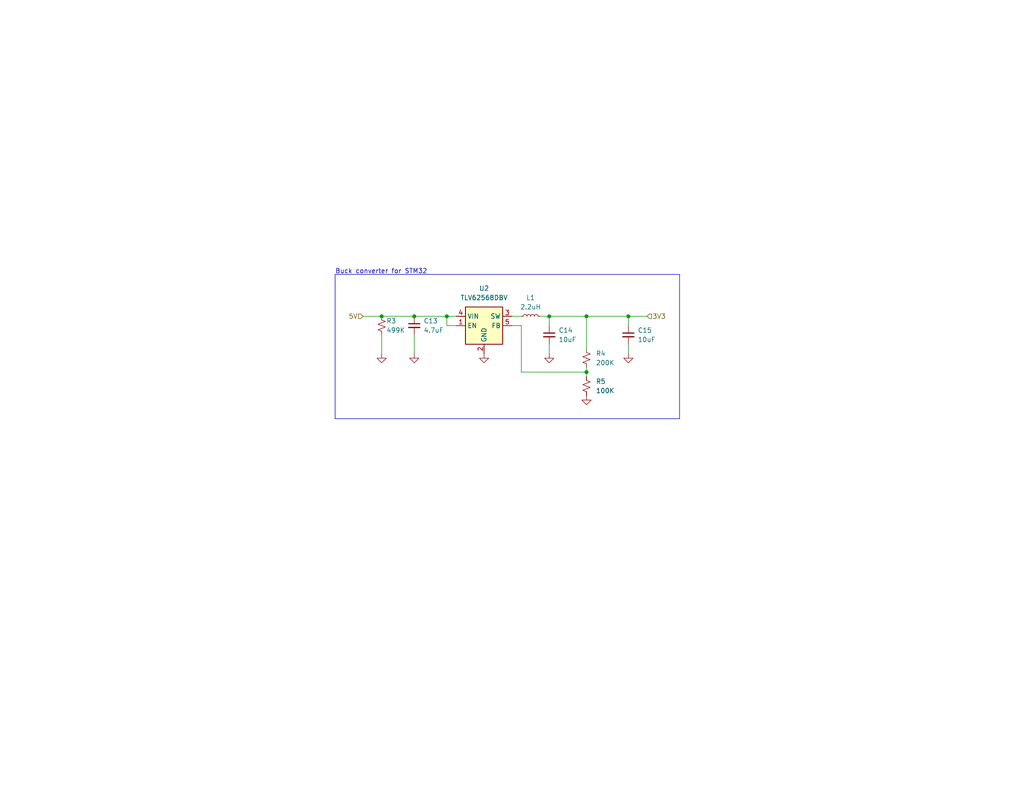
<source format=kicad_sch>
(kicad_sch (version 20230121) (generator eeschema)
  (paper "USLetter")
  (title_block (title "STM32 Buck Converter") (date "2023-09-16") (rev "A") (company "ECE 477"))
  (lib_symbols
    (symbol "Device:C_Small" (pin_numbers hide) (pin_names (offset 0.254) hide)
      (property "Reference" "C" (at 0.254 1.778 0))
      (property "Value" "C_Small" (at 0.254 -2.032 0))
      (symbol "C_Small_0_1"
        (polyline (pts (xy -1.524 -0.508) (xy 1.524 -0.508)) (stroke (width 0.3302)))
        (polyline (pts (xy -1.524 0.508) (xy 1.524 0.508)) (stroke (width 0.3048)))
      )
      (symbol "C_Small_1_1"
        (pin passive line (at 0 2.54 270) (length 2.032) (name "~") (number "1"))
        (pin passive line (at 0 -2.54 90) (length 2.032) (name "~") (number "2"))
      )
    )
    (symbol "Device:L_Small" (pin_numbers hide) (pin_names (offset 0.254) hide)
      (property "Reference" "L" (at 0.762 1.016 0))
      (property "Value" "L_Small" (at 0.762 -1.016 0))
      (symbol "L_Small_0_1"
        (arc (start 0 -2.032) (mid 0.5058 -1.524) (end 0 -1.016))
        (arc (start 0 -1.016) (mid 0.5058 -0.508) (end 0 0))
        (arc (start 0 0) (mid 0.5058 0.508) (end 0 1.016))
        (arc (start 0 1.016) (mid 0.5058 1.524) (end 0 2.032))
      )
      (symbol "L_Small_1_1"
        (pin passive line (at 0 2.54 270) (length 0.508) (name "~") (number "1"))
        (pin passive line (at 0 -2.54 90) (length 0.508) (name "~") (number "2"))
      )
    )
    (symbol "Device:R_Small_US" (pin_numbers hide) (pin_names (offset 0.254) hide)
      (property "Reference" "R" (at 0.762 0.508 0))
      (property "Value" "R_Small_US" (at 0.762 -1.016 0))
      (symbol "R_Small_US_1_1"
        (polyline (pts (xy 0 0) (xy 1.016 -0.381) (xy 0 -0.762) (xy -1.016 -1.143) (xy 0 -1.524)))
        (polyline (pts (xy 0 1.524) (xy 1.016 1.143) (xy 0 0.762) (xy -1.016 0.381) (xy 0 0)))
        (pin passive line (at 0 2.54 270) (length 1.016) (name "~") (number "1"))
        (pin passive line (at 0 -2.54 90) (length 1.016) (name "~") (number "2"))
      )
    )
    (symbol "Regulator_Switching:TLV62568DBV"
      (property "Reference" "U" (at -5.08 6.35 0))
      (property "Value" "TLV62568DBV" (at 0 6.35 0))
      (symbol "TLV62568DBV_0_1"
        (rectangle (start -5.08 5.08) (end 5.08 -5.08) (stroke (width 0.254)) (fill (type background)))
      )
      (symbol "TLV62568DBV_1_1"
        (pin input line (at -7.62 0 0) (length 2.54) (name "EN") (number "1"))
        (pin power_in line (at 0 -7.62 90) (length 2.54) (name "GND") (number "2"))
        (pin power_out line (at 7.62 2.54 180) (length 2.54) (name "SW") (number "3"))
        (pin power_in line (at -7.62 2.54 0) (length 2.54) (name "VIN") (number "4"))
        (pin input line (at 7.62 0 180) (length 2.54) (name "FB") (number "5"))
      )
    )
    (symbol "power:GND" (power) (pin_names (offset 0))
      (property "Value" "GND" (at 0 -3.81 0))
      (symbol "GND_0_1"
        (polyline (pts (xy 0 0) (xy 0 -1.27) (xy 1.27 -1.27) (xy 0 -2.54) (xy -1.27 -1.27) (xy 0 -1.27)))
      )
      (symbol "GND_1_1"
        (pin power_in line (at 0 0 270) (length 0) hide (name "GND") (number "1"))
      )
    )
  )
  (junction (at 149.86 86.36))
  (junction (at 121.92 86.36))
  (junction (at 160.02 101.6))
  (junction (at 113.03 86.36))
  (junction (at 171.45 86.36))
  (junction (at 160.02 86.36))
  (junction (at 104.14 86.36))
  (wire (pts (xy 160.02 86.36) (xy 160.02 95.25)))
  (wire (pts (xy 160.02 86.36) (xy 171.45 86.36)))
  (wire (pts (xy 139.7 86.36) (xy 142.24 86.36)))
  (wire (pts (xy 142.24 101.6) (xy 142.24 88.9)))
  (polyline (pts (xy 91.44 74.93) (xy 91.44 114.3)))
  (wire (pts (xy 104.14 91.44) (xy 104.14 96.52)))
  (wire (pts (xy 139.7 88.9) (xy 142.24 88.9)))
  (wire (pts (xy 113.03 91.44) (xy 113.03 96.52)))
  (wire (pts (xy 104.14 86.36) (xy 113.03 86.36)))
  (wire (pts (xy 160.02 101.6) (xy 142.24 101.6)))
  (polyline (pts (xy 91.44 114.3) (xy 185.42 114.3)))
  (wire (pts (xy 171.45 93.98) (xy 171.45 96.52)))
  (wire (pts (xy 149.86 86.36) (xy 149.86 88.9)))
  (wire (pts (xy 149.86 86.36) (xy 160.02 86.36)))
  (wire (pts (xy 149.86 93.98) (xy 149.86 96.52)))
  (wire (pts (xy 121.92 86.36) (xy 121.92 88.9)))
  (wire (pts (xy 99.06 86.36) (xy 104.14 86.36)))
  (wire (pts (xy 147.32 86.36) (xy 149.86 86.36)))
  (wire (pts (xy 160.02 101.6) (xy 160.02 102.87)))
  (wire (pts (xy 171.45 86.36) (xy 171.45 88.9)))
  (wire (pts (xy 160.02 100.33) (xy 160.02 101.6)))
  (polyline (pts (xy 185.42 114.3) (xy 185.42 74.93)))
  (wire (pts (xy 113.03 86.36) (xy 121.92 86.36)))
  (polyline (pts (xy 185.42 74.93) (xy 91.44 74.93)))
  (wire (pts (xy 124.46 88.9) (xy 121.92 88.9)))
  (wire (pts (xy 171.45 86.36) (xy 176.53 86.36)))
  (wire (pts (xy 121.92 86.36) (xy 124.46 86.36)))
  (text "Buck converter for STM32" (at 91.44 74.93 0) (effects (font (size 1.27 1.27)) (justify left bottom)))
  (hierarchical_label "5V" (shape input) (at 99.06 86.36 180))
  (hierarchical_label "3V3" (shape input) (at 176.53 86.36 0))
  (symbol (lib_id "power:GND") (at 132.08 96.52 0) (unit 1)
    (property "Reference" "#PWR024" (effects hide))
    (property "Value" "GND" (effects hide))
    (instances (project "Master PCB" (path "" (reference "#PWR024") (unit 1)) (path "" (reference "#PWR035") (unit 1))))
  )
  (symbol (lib_id "Device:R_Small_US") (at 160.02 97.79 0) (unit 1)
    (property "Reference" "R4" (at 162.56 96.52 0) (effects (justify left)))
    (property "Value" "200K" (at 162.56 99.06 0) (effects (justify left)))
  )
  (symbol (lib_id "power:GND") (at 171.45 96.52 0) (unit 1)
    (property "Reference" "#PWR030" (effects hide))
    (property "Value" "GND" (effects hide))
    (instances (project "Master PCB" (path "" (reference "#PWR030") (unit 1)) (path "" (reference "#PWR039") (unit 1))))
  )
  (symbol (lib_id "power:GND") (at 113.03 96.52 0) (unit 1)
    (property "Reference" "#PWR025" (effects hide))
    (property "Value" "GND" (effects hide))
    (instances (project "Master PCB" (path "" (reference "#PWR025") (unit 1)) (path "" (reference "#PWR034") (unit 1))))
  )
  (symbol (lib_id "power:GND") (at 160.02 107.95 0) (unit 1)
    (property "Reference" "#PWR028" (effects hide))
    (property "Value" "GND" (effects hide))
    (instances (project "Master PCB" (path "" (reference "#PWR028") (unit 1)) (path "" (reference "#PWR037") (unit 1))))
  )
  (symbol (lib_id "power:GND") (at 104.14 96.52 0) (unit 1)
    (property "Reference" "#PWR026" (effects hide))
    (property "Value" "GND" (effects hide))
    (instances (project "Master PCB" (path "" (reference "#PWR026") (unit 1)) (path "" (reference "#PWR033") (unit 1))))
  )
  (symbol (lib_id "Regulator_Switching:TLV62568DBV") (at 132.08 88.9 0) (unit 1)
    (property "Reference" "U2" (at 132.08 78.74 0))
    (property "Value" "TLV62568DBV" (at 132.08 81.28 0))
    (property "Footprint" "Package_TO_SOT_SMD:SOT-23-5" (effects hide))
    (property "Datasheet" "http://www.ti.com/lit/ds/symlink/tlv62568.pdf" (effects hide))
    (instances (project "Master PCB" (path "" (reference "U2") (unit 1)) (path "" (reference "U3") (unit 1))))
  )
  (symbol (lib_id "Device:R_Small_US") (at 160.02 105.41 0) (unit 1)
    (property "Reference" "R5" (at 162.56 104.14 0) (effects (justify left)))
    (property "Value" "100K" (at 162.56 106.68 0) (effects (justify left)))
  )
  (symbol (lib_id "Device:C_Small") (at 171.45 91.44 0) (unit 1)
    (property "Reference" "C15" (at 173.99 90.1763 0) (effects (justify left)))
    (property "Value" "10uF" (at 173.99 92.7163 0) (effects (justify left)))
  )
  (symbol (lib_id "Device:C_Small") (at 113.03 88.9 0) (unit 1)
    (property "Reference" "C13" (at 115.57 87.63 0) (effects (justify left)))
    (property "Value" "4.7uF" (at 115.57 90.17 0) (effects (justify left)))
  )
  (symbol (lib_id "power:GND") (at 149.86 96.52 0) (unit 1)
    (property "Reference" "#PWR029" (effects hide))
    (property "Value" "GND" (effects hide))
    (instances (project "Master PCB" (path "" (reference "#PWR029") (unit 1)) (path "" (reference "#PWR036") (unit 1))))
  )
  (symbol (lib_id "Device:L_Small") (at 144.78 86.36 90) (unit 1)
    (property "Reference" "L1" (at 144.78 81.28 90))
    (property "Value" "2.2uH" (at 144.78 83.82 90))
  )
  (symbol (lib_id "Device:R_Small_US") (at 104.14 88.9 0) (unit 1)
    (property "Reference" "R3" (at 105.41 87.63 0) (effects (justify left)))
    (property "Value" "499K" (at 105.41 90.17 0) (effects (justify left)))
  )
  (symbol (lib_id "Device:C_Small") (at 149.86 91.44 0) (unit 1)
    (property "Reference" "C14" (at 152.4 90.1763 0) (effects (justify left)))
    (property "Value" "10uF" (at 152.4 92.7163 0) (effects (justify left)))
  )
)
</source>
